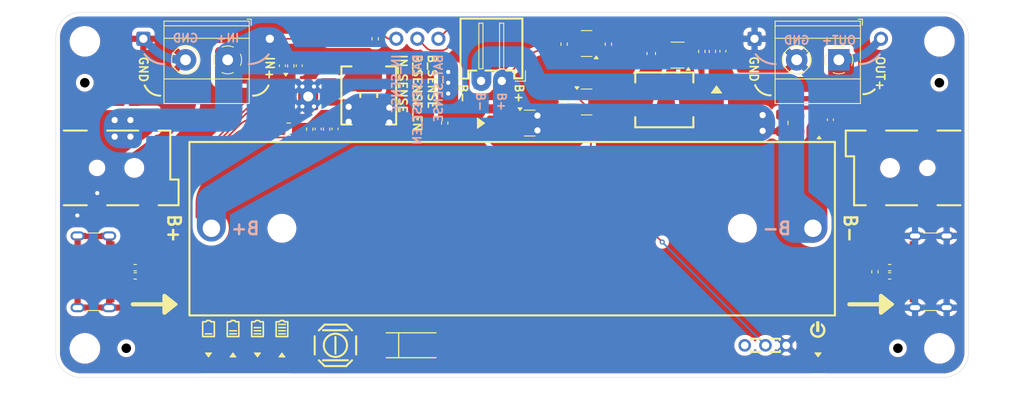
<source format=kicad_pcb>
(kicad_pcb (version 20240108) (generator "pcbnew") (generator_version "8.0")
  (layers (0 "F.Cu" signal) (31 "B.Cu" signal) (34 "B.Paste" user) (35 "F.Paste" user) (36 "B.SilkS" user "B.Silkscreen") (37 "F.SilkS" user "F.Silkscreen") (38 "B.Mask" user) (39 "F.Mask" user) (44 "Edge.Cuts" user))
  (net 0 "")
  (net 1 "B-")
  (net 2 "B+")
  (net 3 "BATVDD")
  (net 4 "GND")
  (net 5 "BOOST")
  (net 6 "VOUT")
  (net 7 "VIN")
  (net 8 "LOAD_SWITCH")
  (net 9 "SW")
  (net 10 "Net-(J1-CC1)")
  (net 11 "Net-(J1-CC2)")
  (net 12 "Net-(J2-CC1)")
  (net 13 "Net-(J2-CC2)")
  (net 14 "LED1")
  (net 15 "LED3")
  (net 16 "LED2")
  (net 17 "Net-(Q2-G)")
  (net 18 "FB")
  (net 19 "KEY")
  (net 20 "Net-(LED5-A)")
  (net 21 "Net-(LED6-A)")
  (net 22 "Net-(C6-Pad1)")
  (net 23 "Net-(C7-Pad1)")
  (net 24 "Net-(R1-Pad2)")
  (net 28 "BAT_SENSE")
  (net 29 "BAT_SENSE_ENABLE")
  (net 30 "Net-(Q3-D)")
  (net 31 "GND_PINS")
  (net 33 "POWER_IN_SENSE")
  (net 34 "BOOST_SW")
  (footprint "custom:PinHeader_1x01_P2.54mm_simple_square" (layer "F.Cu") (at 172.72 76.2)
    (property "Reference" "J12" (hide yes))
    (property "Value" "Conn_01x01")
  )
  (footprint "Resistor_SMD:R_0402_1005Metric" (layer "F.Cu") (at 189.008 104.782)
    (property "Reference" "R13" (hide yes))
    (property "Value" "22K")
  )
  (footprint "custom:LED_0805_2012Metric_Pad1.15x1.40mm_HandSolder_simple" (layer "F.Cu") (at 112.81 114.309 90)
    (property "Reference" "LED3" (hide yes))
    (property "Value" "~")
  )
  (footprint "Capacitor_SMD:C_0402_1005Metric" (layer "F.Cu") (at 122.1615 87.0675 -90)
    (property "Reference" "C2" (hide yes))
    (property "Value" "10uF")
  )
  (footprint "custom:jlcpcb-pcba-tooling-hole" (layer "F.Cu") (at 190 113.5)
    (property "Reference" "REF**" (hide yes))
    (property "Value" "jlcpcb-pcba-tooling-hole")
  )
  (footprint "custom:PinHeader_1x01_P2.54mm_simple" (layer "F.Cu") (at 187.96 76.2 -90)
    (property "Reference" "J8" (hide yes))
    (property "Value" "Conn_01x01")
  )
  (footprint "Resistor_SMD:R_0402_1005Metric" (layer "F.Cu") (at 127 76.2 90)
    (property "Reference" "R17" (hide yes))
    (property "Value" "10K")
  )
  (footprint "Resistor_SMD:R_0402_1005Metric" (layer "F.Cu") (at 116.8275 79.4775 90)
    (property "Reference" "R3" (hide yes))
    (property "Value" "2R")
  )
  (footprint "Package_TO_SOT_SMD:SOT-23-6" (layer "F.Cu") (at 163.4435 78.166 180)
    (property "Reference" "U3" (hide yes))
    (property "Value" "MT3608")
  )
  (footprint "Capacitor_SMD:C_0402_1005Metric" (layer "F.Cu") (at 120.1295 87.0675 -90)
    (property "Reference" "C7" (hide yes))
    (property "Value" "10uF")
  )
  (footprint "Resistor_SMD:R_0402_1005Metric" (layer "F.Cu") (at 166.37 77.726 -90)
    (property "Reference" "R9" (hide yes))
    (property "Value" "10K")
  )
  (footprint "custom:SOIC-8-1EP_3.9x4.9mm_P1.27mm_EP2.41x3.3mm_ThermalVias_CustomVias_Large" (layer "F.Cu") (at 118.9245 83.1585)
    (property "Reference" "U1" (hide yes))
    (property "Value" "IP5306")
  )
  (footprint "custom:Inductor_Multi_7.0x6.6_plus" (layer "F.Cu") (at 126.2255 83.0315 -90)
    (property "Reference" "L1" (hide yes))
    (property "Value" "1uH")
  )
  (footprint "Resistor_SMD:R_0805_2012Metric_Pad1.20x1.40mm_HandSolder" (layer "F.Cu") (at 176.022 86.344 90)
    (property "Reference" "R5" (hide yes))
    (property "Value" "100R")
  )
  (footprint "Package_TO_SOT_SMD:SOT-23" (layer "F.Cu") (at 152.4785 83.82)
    (property "Reference" "Q2" (hide yes))
    (property "Value" "AO3401A")
  )
  (footprint "Resistor_SMD:R_0402_1005Metric" (layer "F.Cu") (at 189.008 103.782)
    (property "Reference" "R14" (hide yes))
    (property "Value" "22K")
  )
  (footprint "custom:LED_0805_2012Metric_Pad1.15x1.40mm_HandSolder_simple" (layer "F.Cu") (at 106.91 114.309 90)
    (property "Reference" "LED1" (hide yes))
    (property "Value" "~")
  )
  (footprint "lcsc:BAT-TH_18650-A5BJ001" (layer "F.Cu") (at 143.51 99.04)
    (property "Reference" "BT1" (hide yes))
    (property "Value" "Battery_Cell")
  )
  (footprint "Package_TO_SOT_SMD:SOT-23" (layer "F.Cu") (at 145.6205 86.36)
    (property "Reference" "Q1" (hide yes))
    (property "Value" "AO3401A")
  )
  (footprint "Capacitor_SMD:C_0402_1005Metric" (layer "F.Cu") (at 168.91 77.696 90)
    (property "Reference" "C11" (hide yes))
    (property "Value" "10uF")
  )
  (footprint "custom:D_SMA_simple" (layer "F.Cu") (at 139.732 86.36 180)
    (property "Reference" "D1" (hide yes))
    (property "Value" "SS34")
  )
  (footprint "custom:LED_0805_2012Metric_Pad1.15x1.40mm_HandSolder_simple" (layer "F.Cu") (at 109.86 114.309 -90)
    (property "Reference" "LED2" (hide yes))
    (property "Value" "~")
  )
  (footprint "MountingHole:MountingHole_3.2mm_M3" (layer "F.Cu") (at 195.01 76.514)
    (property "Reference" "REF**" (hide yes))
    (property "Value" "MountingHole_3.2mm_M3")
  )
  (footprint "Resistor_SMD:R_0402_1005Metric" (layer "F.Cu") (at 135.382 86.36 -90)
    (property "Reference" "R6" (hide yes))
    (property "Value" "10K")
  )
  (footprint "custom:USB_C_Receptacle_GCT_USB4125-xx-x_6P_TopMnt_Horizontal_handsolder" (layer "F.Cu") (at 195.068 104.282 90)
    (property "Reference" "J2" (hide yes))
    (property "Value" "USB_C_Receptacle_PowerOnly_6P")
  )
  (footprint "custom:USB_C_Receptacle_GCT_USB4125-xx-x_6P_TopMnt_Horizontal_handsolder" (layer "F.Cu") (at 91.9312 104.282 -90)
    (property "Reference" "J1" (hide yes))
    (property "Value" "USB_C_Receptacle_PowerOnly_6P")
  )
  (footprint "custom:PinHeader_1x03_P2.54mm_Vertical_simple" (layer "F.Cu") (at 134.62 76.2 -90)
    (property "Reference" "J9" (hide yes))
    (property "Value" "Conn_01x03")
  )
  (footprint "custom:jlcpcb-pcba-tooling-hole" (layer "F.Cu") (at 195 81.5)
    (property "Reference" "REF**" (hide yes))
    (property "Value" "jlcpcb-pcba-tooling-hole")
  )
  (footprint "Resistor_SMD:R_0402_1005Metric" (layer "F.Cu") (at 187.232 104.284 -90)
    (property "Reference" "R10" (hide yes))
    (property "Value" "10K")
  )
  (footprint "Resistor_SMD:R_0805_2012Metric_Pad1.20x1.40mm_HandSolder" (layer "F.Cu") (at 116.5735 87.0955 180)
    (property "Reference" "R2" (hide yes))
    (property "Value" "20R")
  )
  (footprint "custom:JST_XH_S2B-XH-2AW_1x02_P2.50mm_pad2gnd" (layer "F.Cu") (at 141.01 81.28 180)
    (property "Reference" "J10" (hide yes))
    (property "Value" "Conn_01x02")
  )
  (footprint "custom:PinHeader_1x01_P2.54mm_simple_square" (layer "F.Cu") (at 99.06 76.2)
    (property "Reference" "J11" (hide yes))
    (property "Value" "Conn_01x01")
  )
  (footprint "lcsc:IND-SMD_L7.0-W6.6" (layer "F.Cu") (at 161.846 83.566)
    (property "Reference" "L2" (hide yes))
    (property "Value" "22uH")
  )
  (footprint "MountingHole:MountingHole_3.2mm_M3" (layer "F.Cu") (at 92.01 113.514)
    (property "Reference" "REF**" (hide yes))
    (property "Value" "MountingHole_3.2mm_M3")
  )
  (footprint "Resistor_SMD:R_0402_1005Metric" (layer "F.Cu") (at 119.1135 87.0975 -90)
    (property "Reference" "R1" (hide yes))
    (property "Value" "10K")
  )
  (footprint "custom:DC-IN_DC-050-2.0-BB" (layer "F.Cu") (at 190.448 91.764 180)
    (property "Reference" "J6" (hide yes))
    (property "Value" "Barrel_Jack_Switch")
  )
  (footprint "custom:DC-IN_DC-050-2.0-BB" (layer "F.Cu") (at 96.572 91.764)
    (property "Reference" "J3" (hide yes))
    (property "Value" "Barrel_Jack_Switch")
  )
  (footprint "custom:LED_0805_2012Metric_Pad1.15x1.40mm_HandSolder_simple" (layer "F.Cu") (at 115.76 114.309 -90)
    (property "Reference" "LED4" (hide yes))
    (property "Value" "~")
  )
  (footprint "Capacitor_SMD:C_0603_1608Metric" (layer "F.Cu") (at 160.274 77.978 90)
    (property "Reference" "C10" (hide yes))
    (property "Value" "10uF")
  )
  (footprint "Package_TO_SOT_SMD:SOT-23" (layer "F.Cu") (at 152.4785 76.774 180)
    (property "Reference" "Q3" (hide yes))
    (property "Value" "AO3400A")
  )
  (footprint "custom:SW-TH_DEALON_SS-12D01-GX_simple" (layer "F.Cu") (at 174.041 113.149)
    (property "Reference" "SW2" (hide yes))
    (property "Value" "SW_SPDT")
  )
  (footprint "Capacitor_SMD:C_0402_1005Metric" (layer "F.Cu") (at 115.8115 79.4475 90)
    (property "Reference" "C1" (hide yes))
    (property "Value" "10uF")
  )
  (footprint "custom:PinHeader_1x01_P2.54mm_simple" (layer "F.Cu") (at 114.3 76.2 -90)
    (property "Reference" "J5" (hide yes))
    (property "Value" "Conn_01x01")
  )
  (footprint "MountingHole:MountingHole_3.2mm_M3" (layer "F.Cu") (at 195.01 113.514)
    (property "Reference" "REF**" (hide yes))
    (property "Value" "MountingHole_3.2mm_M3")
  )
  (footprint "custom:TerminalBlock_Phoenix_MKDS-1,5-2-5.08_1x02_P5.08mm_Horizontal" (layer "F.Cu") (at 109.22 78.74 180)
    (property "Reference" "J4" (hide yes))
    (property "Value" "Screw_Terminal_01x02")
  )
  (footprint "Resistor_SMD:R_0402_1005Metric" (layer "F.Cu") (at 121.1455 87.0955 -90)
    (property "Reference" "R4" (hide yes))
    (property "Value" "2R")
  )
  (footprint "custom:SOT-23-5_simple" (layer "F.Cu") (at 179.2025 86.426 180)
    (property "Reference" "U2" (hide yes))
    (property "Value" "XB5350D0")
  )
  (footprint "custom:Push-Button-SMD-4x4x1.5mm_2P_Large_Pads" (layer "F.Cu") (at 122.208 113.149)
    (property "Reference" "SW1" (hide yes))
    (property "Value" "SW_Push")
  )
  (footprint "custom:D_SMA_simple" (layer "F.Cu") (at 168.12 82.328 -90)
    (property "Reference" "D2" (hide yes))
    (property "Value" "SS34")
  )
  (footprint "Resistor_SMD:R_0402_1005Metric" (layer "F.Cu") (at 149.86 83.822 90)
    (property "Reference" "R7" (hide yes))
    (property "Value" "10K")
  )
  (footprint "Resistor_SMD:R_0402_1005Metric" (layer "F.Cu") (at 98.08 103.782)
    (property "Reference" "R12" (hide yes))
    (property "Value" "5K1")
  )
  (footprint "custom:jlcpcb-pcba-tooling-hole" (layer "F.Cu") (at 97 113.5)
    (property "Reference" "REF**" (hide yes))
    (property "Value" "jlcpcb-pcba-tooling-hole")
  )
  (footprint "Resistor_SMD:R_0402_1005Metric" (layer "F.Cu") (at 98.08 104.782)
    (property "Reference" "R11" (hide yes))
    (property "Value" "5K1")
  )
  (footprint "Capacitor_SMD:C_0402_1005Metric" (layer "F.Cu") (at 181.864 85.956 90)
    (property "Reference" "C9" (hide yes))
    (property "Value" "0.1uF")
  )
  (footprint "MountingHole:MountingHole_3.2mm_M3" (layer "F.Cu") (at 92.01 76.514)
    (property "Reference" "REF**" (hide yes))
    (property "Value" "MountingHole_3.2mm_M3")
  )
  (footprint "Resistor_SMD:R_0402_1005Metric" (layer "F.Cu") (at 149.7725 76.851 90)
    (property "Reference" "R15" (hide yes))
    (property "Value" "10K")
  )
  (footprint "lcsc:LED-SMD_3P-L5.7-W3.0-RD" (layer "F.Cu") (at 131.2895 113.1395)
    (property "Reference" "LED5" (hide yes))
    (property "Value" "~")
  )
  (footprint "Resistor_SMD:R_0402_1005Metric" (layer "F.Cu") (at 155.1065 76.851 -90)
    (property "Reference" "R16" (hide yes))
    (property "Value" "10K")
  )
  (footprint "Capacitor_SMD:C_0402_1005Metric" (layer "F.Cu") (at 117.8435 79.4475 90)
    (property "Reference" "C6" (hide yes))
    (property "Value" "10uF")
  )
  (footprint "Resistor_SMD:R_0402_1005Metric" (layer "F.Cu") (at 167.64 77.726 90)
    (property "Reference" "R8" (hide yes))
    (property "Value" "75K")
  )
  (footprint "custom:TerminalBlock_Phoenix_MKDS-1,5-2-5.08_1x02_P5.08mm_Horizontal" (layer "F.Cu") (at 182.88 78.74 180)
    (property "Reference" "J7" (hide yes))
    (property "Value" "Screw_Terminal_01x02")
  )
  (footprint "custom:LED_0805_2012Metric_Pad1.15x1.40mm_HandSolder_simple" (layer "F.Cu") (at 180.374 114.3 90)
    (property "Reference" "LED6" (hide yes))
    (property "Value" "Boost")
  )
  (footprint "graphics:icon-power-2mm" (layer "F.Cu") (at 180.34 111.252)
    (property "Reference" "G***" (hide yes))
    (property "Value" "LOGO" (hide yes))
  )
  (footprint "custom:jlcpcb-pcba-tooling-hole" (layer "F.Cu") (at 92 81.5)
    (property "Reference" "REF**" (hide yes))
    (property "Value" "jlcpcb-pcba-tooling-hole")
  )
  (gr_arc (start 101.6 79.248002) (mid 100.260857 78.938067) (end 99.194054 78.071293) (stroke (width 0.25)) (layer "B.SilkS"))
  (gr_arc (start 114.165946 78.071291) (mid 113.099143 78.938065) (end 111.76 79.248) (stroke (width 0.25)) (layer "B.SilkS"))
  (gr_arc (start 175.26 79.248002) (mid 173.920857 78.938067) (end 172.854054 78.071293) (stroke (width 0.25)) (layer "B.SilkS"))
  (gr_arc (start 187.825946 78.071291) (mid 186.759143 78.938065) (end 185.42 79.248) (stroke (width 0.25)) (layer "B.SilkS"))
  (gr_rect (start 112.3696 111.3282) (end 113.2586 111.4552) (stroke (width 0.05)) (fill solid) (layer "F.SilkS"))
  (gr_arc (start 101.092 83.058) (mid 99.973402 82.722397) (end 99.224297 81.826444) (stroke (width 0.25)) (layer "F.SilkS"))
  (gr_arc (start 114.135703 81.826444) (mid 113.386598 82.722397) (end 112.268 83.058) (stroke (width 0.25)) (layer "F.SilkS"))
  (gr_rect (start 115.316 110.9472) (end 116.205 111.0742) (stroke (width 0.05)) (fill solid) (layer "F.SilkS"))
  (gr_poly (pts (xy 187.96 107.188) (xy 189.23 108.204) (xy 187.96 109.22)) (stroke (width 0.5)) (fill solid) (layer "F.SilkS"))
  (gr_line (start 184.15 108.204) (end 189.23 108.204) (stroke (width 0.5)) (layer "F.SilkS"))
  (gr_poly (pts (xy 101.6 107.188) (xy 102.87 108.204) (xy 101.6 109.22)) (stroke (width 0.5)) (fill solid) (layer "F.SilkS"))
  (gr_rect (start 115.316 110.5662) (end 116.205 110.6932) (stroke (width 0.05)) (fill solid) (layer "F.SilkS"))
  (gr_rect (start 109.4232 111.7092) (end 110.3122 111.8362) (stroke (width 0.05)) (fill solid) (layer "F.SilkS"))
  (gr_poly (pts (xy 106.2101 112.0902) (xy 107.6071 112.0902) (xy 107.6071 110.3122) (xy 107.2261 110.3122) (xy 107.0991 110.1598) (xy 106.7181 110.1598) (xy 106.5911 110.3122) (xy 106.2101 110.3122)) (stroke (width 0.2)) (fill none) (layer "F.SilkS"))
  (gr_line (start 97.79 108.204) (end 102.87 108.204) (stroke (width 0.5)) (layer "F.SilkS"))
  (gr_rect (start 109.4232 111.3282) (end 110.3122 111.4552) (stroke (width 0.05)) (fill solid) (layer "F.SilkS"))
  (gr_rect (start 112.3696 111.7092) (end 113.2586 111.8362) (stroke (width 0.05)) (fill solid) (layer "F.SilkS"))
  (gr_rect (start 115.316 111.3282) (end 116.205 111.4552) (stroke (width 0.05)) (fill solid) (layer "F.SilkS"))
  (gr_rect (start 112.3696 110.9472) (end 113.2586 111.0742) (stroke (width 0.05)) (fill solid) (layer "F.SilkS"))
  (gr_poly (pts (xy 112.1156 112.0902) (xy 113.5126 112.0902) (xy 113.5126 110.3122) (xy 113.1316 110.3122) (xy 113.0046 110.1598) (xy 112.6236 110.1598) (xy 112.4966 110.3122) (xy 112.1156 110.3122)) (stroke (width 0.2)) (fill none) (layer "F.SilkS"))
  (gr_arc (start 174.662297 83.019556) (mid 173.543699 82.683953) (end 172.794594 81.788) (stroke (width 0.25)) (layer "F.SilkS"))
  (gr_poly (pts (xy 115.062 112.0902) (xy 116.459 112.0902) (xy 116.459 110.3122) (xy 116.078 110.3122) (xy 115.951 110.1598) (xy 115.57 110.1598) (xy 115.443 110.3122) (xy 115.062 110.3122)) (stroke (width 0.2)) (fill none) (layer "F.SilkS"))
  (gr_rect (start 115.316 111.7092) (end 116.205 111.8362) (stroke (width 0.05)) (fill solid) (layer "F.SilkS"))
  (gr_poly (pts (xy 109.1692 112.0902) (xy 110.5662 112.0902) (xy 110.5662 110.3122) (xy 110.1852 110.3122) (xy 110.0582 110.1598) (xy 109.6772 110.1598) (xy 109.5502 110.3122) (xy 109.1692 110.3122)) (stroke (width 0.2)) (fill none) (layer "F.SilkS"))
  (gr_rect (start 106.4641 111.7092) (end 107.3531 111.8362) (stroke (width 0.05)) (fill solid) (layer "F.SilkS"))
  (gr_arc (start 187.197999 82.295999) (mid 186.577136 82.723911) (end 185.838297 82.874568) (stroke (width 0.25)) (layer "F.SilkS"))
  (gr_poly (pts (arc (start 198.51 76.014) (mid 197.63132 73.89268) (end 195.51 73.014)) (arc (start 91.51 73.014) (mid 89.38868 73.89268) (end 88.51 76.014)) (arc (start 88.51 114.014) (mid 89.38868 116.13532) (end 91.51 117.014)) (arc (start 195.51 117.014) (mid 197.63132 116.13532) (end 198.51 114.014))) (stroke (width 0.05)) (fill none) (layer "Edge.Cuts"))
  (gr_text "BAT_SENSE_EN" (at 132.08 77.978 90) (layer "B.SilkS") (effects (font (size 1 1) (thickness 0.2) (bold yes)) (justify left mirror)))
  (gr_text "B+" (at 142.24 82.55 270) (layer "B.SilkS") (effects (font (size 1 1) (thickness 0.2) (bold yes)) (justify left)))
  (gr_text "B-" (at 177.292 99.06 0) (layer "B.SilkS") (effects (font (size 1.5 1.5) (thickness 0.3) (bold yes)) (justify left mirror)))
  (gr_text "B-" (at 139.7 82.55 270) (layer "B.SilkS") (effects (font (size 1 1) (thickness 0.2) (bold yes)) (justify left)))
  (gr_text "OUT+" (at 182.88 76.962 0) (layer "B.SilkS") (effects (font (size 1 1) (thickness 0.2) (bold yes)) (justify bottom mirror)))
  (gr_text "GND" (at 177.8 76.962 0) (layer "B.SilkS") (effects (font (size 1 1) (thickness 0.2) (bold yes)) (justify bottom mirror)))
  (gr_text "BAT_SENSE" (at 134.62 77.978 90) (layer "B.SilkS") (effects (font (size 1 1) (thickness 0.2) (bold yes)) (justify left mirror)))
  (gr_text "GND" (at 104.14 76.708 0) (layer "B.SilkS") (effects (font (size 1 1) (thickness 0.2) (bold yes)) (justify bottom mirror)))
  (gr_text "B+" (at 109.474 99.06 0) (layer "B.SilkS") (effects (font (size 1.5 1.5) (thickness 0.3) (bold yes)) (justify right mirror)))
  (gr_text "IN+" (at 109.22 76.708 0) (layer "B.SilkS") (effects (font (size 1 1) (thickness 0.2) (bold yes)) (justify bottom mirror)))
  (gr_text "IN_SENSE" (at 129.54 77.978 90) (layer "B.SilkS") (effects (font (size 1 1) (thickness 0.2) (bold yes)) (justify left mirror)))
  (gr_text "GND" (at 172.630297 78.193556 270) (layer "F.SilkS") (effects (font (size 1 1) (thickness 0.2) (bold yes)) (justify left)))
  (gr_text "B+" (at 143.764 81.534 -90) (layer "F.SilkS") (effects (font (size 1 1) (thickness 0.2) (bold yes)) (justify left bottom)))
  (gr_text "IN+" (at 114.3 78.232 270) (layer "F.SilkS") (effects (font (size 1 1) (thickness 0.2) (bold yes)) (justify left)))
  (gr_text "B_SENSE_EN" (at 132.08 77.978 270) (layer "F.SilkS") (effects (font (size 1 1) (thickness 0.2) (bold yes)) (justify left)))
  (gr_text "OUT+" (at 187.870297 78.193556 270) (layer "F.SilkS") (effects (font (size 1 1) (thickness 0.2) (bold yes)) (justify left)))
  (gr_text "B_SENSE" (at 133.858 77.978 270) (layer "F.SilkS") (effects (font (size 1 1) (thickness 0.2) (bold yes)) (justify left)))
  (gr_text "IN_SENSE" (at 130.302 77.978 270) (layer "F.SilkS") (effects (font (size 1 1) (thickness 0.2) (bold yes)) (justify left)))
  (gr_text "B+" (at 103.632 99.06 270) (layer "F.SilkS") (effects (font (size 1.5 1.5) (thickness 0.3) (bold yes)) (justify top)))
  (gr_text "B-" (at 138.176 81.534 270) (layer "F.SilkS") (effects (font (size 1 1) (thickness 0.2) (bold yes)) (justify left top)))
  (gr_text "B-" (at 183.388 99.06 270) (layer "F.SilkS") (effects (font (size 1.5 1.5) (thickness 0.3) (bold yes)) (justify bottom)))
  (gr_text "GND" (at 99.06 78.232 270) (layer "F.SilkS") (effects (font (size 1 1) (thickness 0.2) (bold yes)) (justify left)))
  (segment (start 179.948816 88.5) (end 180.731184 88.5) (width 0.5) (layer "F.Cu") (net 1))
  (segment (start 179.774816 86.426) (end 179.2275 86.973316) (width 0.5) (layer "F.Cu") (net 1))
  (segment (start 181.864 87.367184) (end 181.864 86.436) (width 0.5) (layer "F.Cu") (net 1))
  (segment (start 179.2275 87.778684) (end 179.948816 88.5) (width 0.5) (layer "F.Cu") (net 1))
  (segment (start 179.2275 86.973316) (end 179.2275 87.778684) (width 0.5) (layer "F.Cu") (net 1))
  (segment (start 180.731184 88.5) (end 181.864 87.367184) (width 0.5) (layer "F.Cu") (net 1))
  (segment (start 180.34 86.426) (end 179.774816 86.426) (width 0.5) (layer "F.Cu") (net 1))
  (segment (start 173.7 87.3) (end 173.744 87.344) (width 0.75) (layer "F.Cu") (net 2))
  (segment (start 144.714534 78.825466) (end 142.26 81.28) (width 0.2) (layer "F.Cu") (net 2))
  (segment (start 149.7725 77.361) (end 148.250068 77.361) (width 0.2) (layer "F.Cu") (net 2))
  (segment (start 173.744 87.344) (end 176.022 87.344) (width 0.75) (layer "F.Cu") (net 2))
  (segment (start 146.558 85.458) (end 146.558 86.36) (width 0.75) (layer "F.Cu") (net 2))
  (segment (start 146.558 87.242) (end 146.558 86.36) (width 0.75) (layer "F.Cu") (net 2))
  (segment (start 173.7 85.4) (end 173.7 87.3) (width 0.75) (layer "F.Cu") (net 2))
  (via (at 128.7 86.3) (size 1.5) (drill 0.75) (layers "F.Cu" "B.Cu") (net 2))
  (via (at 173.7 85.4) (size 1.5) (drill 0.75) (layers "F.Cu" "B.Cu") (net 2))
  (via (at 123.8 86.2) (size 1.5) (drill 0.75) (layers "F.Cu" "B.Cu") (net 2))
  (via (at 146.558 85.458) (size 1.5) (drill 0.75) (layers "F.Cu" "B.Cu") (net 2))
  (via (at 123.8 84.4) (size 1.5) (drill 0.75) (layers "F.Cu" "B.Cu") (net 2))
  (via (at 146.558 87.242) (size 1.5) (drill 0.75) (layers "F.Cu" "B.Cu") (net 2))
  (via (at 128.7 84.5) (size 1.5) (drill 0.75) (layers "F.Cu" "B.Cu") (net 2))
  (via (at 173.7 87.3) (size 1.5) (drill 0.75) (layers "F.Cu" "B.Cu") (net 2))
  (arc (start 148.250068 77.361) (mid 146.336651 77.741602) (end 144.714534 78.825466) (width 0.2) (layer "F.Cu") (net 2))
  (segment (start 180.34 85.476) (end 181.864 85.476) (width 0.5) (layer "F.Cu") (net 3))
  (segment (start 176.866 84.5) (end 179.364 84.5) (width 0.5) (layer "F.Cu") (net 3))
  (segment (start 179.364 84.5) (end 180.34 85.476) (width 0.5) (layer "F.Cu") (net 3))
  (segment (start 176.022 85.344) (end 176.866 84.5) (width 0.5) (layer "F.Cu") (net 3))
  (segment (start 163.4185 75.9185) (end 163.4 75.9) (width 0.5) (layer "F.Cu") (net 4))
  (segment (start 163.4185 77.458892) (end 163.4185 75.9185) (width 0.5) (layer "F.Cu") (net 4))
  (segment (start 163.772054 78.019553) (end 163.564946 77.812445) (width 0.5) (layer "F.Cu") (net 4))
  (segment (start 164.581 78.166) (end 164.125608 78.166) (width 0.5) (layer "F.Cu") (net 4))
  (via (at 93.5 94.8) (size 1) (drill 0.5) (layers "F.Cu" "B.Cu") (net 4))
  (via (at 91.1 97.5) (size 1) (drill 0.5) (layers "F.Cu" "B.Cu") (net 4))
  (arc (start 163.564946 77.812445) (mid 163.45656 77.650233) (end 163.4185 77.458892) (width 0.5) (layer "F.Cu") (net 4))
  (arc (start 164.125608 78.166) (mid 163.934266 78.12794) (end 163.772054 78.019553) (width 0.5) (layer "F.Cu") (net 4))
  (segment (start 188.498 103.782) (end 188.498 104.782) (width 0.75) (layer "F.Cu") (net 6))
  (segment (start 188.498 104.782) (end 188.498 105.101999) (width 0.75) (layer "F.Cu") (net 6))
  (segment (start 187.232 103.774) (end 188.186001 103.774) (width 0.75) (layer "F.Cu") (net 6))
  (segment (start 188.498 105.101999) (end 189.198001 105.802) (width 0.75) (layer "F.Cu") (net 6))
  (segment (start 189.198001 105.802) (end 191.788 105.802) (width 0.75) (layer "F.Cu") (net 6))
  (segment (start 188.498 103.462001) (end 188.498 103.782) (width 0.75) (layer "F.Cu") (net 6))
  (segment (start 188.498 103.002) (end 188.498 103.462001) (width 0.75) (layer "F.Cu") (net 6))
  (segment (start 188.738 102.762) (end 188.498 103.002) (width 0.75) (layer "F.Cu") (net 6))
  (segment (start 182.88 78.74) (end 183.348932 78.74) (width 1) (layer "F.Cu") (net 6))
  (segment (start 191.788 102.762) (end 188.738 102.762) (width 0.75) (layer "F.Cu") (net 6))
  (segment (start 188.186001 103.774) (end 188.498 103.462001) (width 0.75) (layer "F.Cu") (net 6))
  (segment (start 186.884466 77.275534) (end 187.96 76.2) (width 1) (layer "B.Cu") (net 6))
  (segment (start 182.88 78.74) (end 183.348932 78.74) (width 1) (layer "B.Cu") (net 6))
  (arc (start 186.884466 77.275534) (mid 185.262349 78.359398) (end 183.348932 78.74) (width 1) (layer "B.Cu") (net 6))
  (segment (start 96.0112 102.762) (end 95.2112 102.762) (width 0.75) (layer "F.Cu") (net 7))
  (segment (start 94.36569 105.802) (end 95.2112 105.802) (width 0.75) (layer "F.Cu") (net 7))
  (segment (start 127 76.71) (end 121.417107 76.71) (width 0.2) (layer "F.Cu") (net 7))
  (segment (start 95.2112 102.762) (end 94.36569 102.762) (width 0.75) (layer "F.Cu") (net 7))
  (segment (start 93.8 105.23631) (end 94.36569 105.802) (width 0.75) (layer "F.Cu") (net 7))
  (segment (start 109.22 78.74) (end 109.688932 78.74) (width 1) (layer "F.Cu") (net 7))
  (segment (start 95.7 88.242) (end 95.7 93.6) (width 0.75) (layer "F.Cu") (net 7))
  (segment (start 93.8 103.32769) (end 93.8 105.23631) (width 0.75) (layer "F.Cu") (net 7))
  (segment (start 96.875 94.775) (end 96.875 101.8982) (width 0.75) (layer "F.Cu") (net 7))
  (segment (start 94.36569 102.762) (end 93.8 103.32769) (width 0.75) (layer "F.Cu") (net 7))
  (segment (start 121.063553 76.563553) (end 120.846446 76.346446) (width 0.2) (layer "F.Cu") (net 7))
  (segment (start 120.492893 76.2) (end 114.3 76.2) (width 0.2) (layer "F.Cu") (net 7))
  (segment (start 96.875 101.8982) (end 96.0112 102.762) (width 0.75) (layer "F.Cu") (net 7))
  (segment (start 95.7 93.6) (end 96.875 94.775) (width 0.75) (layer "F.Cu") (net 7))
  (segment (start 93.472 86.014) (end 95.7 88.242) (width 0.75) (layer "F.Cu") (net 7))
  (via (at 135.8 81.5) (size 1) (drill 0.5) (layers "F.Cu" "B.Cu") (net 7))
  (via (at 95.6 86) (size 1.5) (drill 0.75) (layers "F.Cu" "B.Cu") (net 7))
  (via (at 135.8 82.8) (size 1) (drill 0.5) (layers "F.Cu" "B.Cu") (net 7))
  (via (at 95.6 88) (size 1.5) (drill 0.75) (layers "F.Cu" "B.Cu") (net 7))
  (via (at 97.5 88) (size 1.5) (drill 0.75) (layers "F.Cu" "B.Cu") (net 7))
  (via (at 135.8 80.2) (size 1) (drill 0.5) (layers "F.Cu" "B.Cu") (net 7))
  (via (at 97.5 86) (size 1.5) (drill 0.75) (layers "F.Cu" "B.Cu") (net 7))
  (arc (start 121.063553 76.563553) (mid 121.225765 76.67194) (end 121.417107 76.71) (width 0.2) (layer "F.Cu") (net 7))
  (arc (start 120.492893 76.2) (mid 120.684234 76.23806) (end 120.846446 76.346446) (width 0.2) (layer "F.Cu") (net 7))
  (segment (start 95.2112 103.782) (end 97.57 103.782) (width 0.5) (layer "F.Cu") (net 10))
  (segment (start 97.57 104.782) (end 95.2112 104.782) (width 0.5) (layer "F.Cu") (net 11))
  (segment (start 189.518 104.782) (end 191.788 104.782) (width 0.5) (layer "F.Cu") (net 12))
  (segment (start 191.788 103.782) (end 189.518 103.782) (width 0.5) (layer "F.Cu") (net 13))
  (segment (start 109.86 113.284) (end 109.86 110.068327) (width 0.2) (layer "F.Cu") (net 14))
  (segment (start 108.98132 107.947006) (end 104.314466 103.280152) (width 0.2) (layer "F.Cu") (net 14))
  (segment (start 104.314466 91.788476) (end 111.224263 84.878679) (width 0.2) (layer "F.Cu") (net 14))
  (segment (start 115.506128 83.12132) (end 115.957502 82.669946) (width 0.2) (layer "F.Cu") (net 14))
  (segment (start 113.345583 84) (end 113.384807 84) (width 0.2) (layer "F.Cu") (net 14))
  (segment (start 116.311055 82.5235) (end 116.4495 82.5235) (width 0.2) (layer "F.Cu") (net 14))
  (segment (start 102.85 99.744618) (end 102.85 95.32401) (width 0.2) (layer "F.Cu") (net 14))
  (arc (start 109.86 110.068327) (mid 109.631638 108.920276) (end 108.98132 107.947006) (width 0.2) (layer "F.Cu") (net 14))
  (arc (start 102.85 99.744618) (mid 103.230602 101.658035) (end 104.314466 103.280152) (width 0.2) (layer "F.Cu") (net 14))
  (arc (start 102.85 95.32401) (mid 103.230602 93.410593) (end 104.314466 91.788476) (width 0.2) (layer "F.Cu") (net 14))
  (arc (start 115.506128 83.12132) (mid 114.532858 83.771639) (end 113.384807 84) (width 0.2) (layer "F.Cu") (net 14))
  (arc (start 116.311055 82.5235) (mid 116.119714 82.56156) (end 115.957502 82.669946) (width 0.2) (layer "F.Cu") (net 14))
  (arc (start 113.345583 84) (mid 112.197533 84.228361) (end 111.224263 84.878679) (width 0.2) (layer "F.Cu") (net 14))
  (segment (start 103.650118 95.644531) (end 103.651538 95.513632) (width 0.2) (layer "F.Cu") (net 15))
  (segment (start 116.156608 85.356392) (end 116.4495 85.0635) (width 0.2) (layer "F.Cu") (net 15))
  (segment (start 105.015284 92.221217) (end 105.10684 92.127642) (width 0.2) (layer "F.Cu") (net 15))
  (segment (start 103.659032 95.361017) (end 103.682793 95.089431) (width 0.2) (layer "F.Cu") (net 15))
  (segment (start 112.120562 85.942179) (end 114.742394 85.942179) (width 0.2) (layer "F.Cu") (net 15))
  (segment (start 103.705568 94.916444) (end 103.751022 94.658664) (width 0.2) (layer "F.Cu") (net 15))
  (segment (start 103.998548 101.244702) (end 103.90902 100.998733) (width 0.2) (layer "F.Cu") (net 15))
  (segment (start 103.856551 100.832326) (end 103.788803 100.57949) (width 0.2) (layer "F.Cu") (net 15))
  (segment (start 105.106763 102.940095) (end 105.015218 102.84651) (width 0.2) (layer "F.Cu") (net 15))
  (segment (start 104.737472 92.543232) (end 104.912751 92.334343) (width 0.2) (layer "F.Cu") (net 15))
  (segment (start 104.25649 93.269916) (end 104.387369 93.043227) (width 0.2) (layer "F.Cu") (net 15))
  (segment (start 104.91284 102.733543) (end 104.737489 102.524569) (width 0.2) (layer "F.Cu") (net 15))
  (segment (start 104.387387 102.024578) (end 104.256507 101.797888) (width 0.2) (layer "F.Cu") (net 15))
  (segment (start 103.682808 99.978387) (end 103.65904 99.706743) (width 0.2) (layer "F.Cu") (net 15))
  (segment (start 114.521573 110.6) (end 113.594924 110.6) (width 0.2) (layer "F.Cu") (net 15))
  (segment (start 112.18071 110.014213) (end 105.122255 102.955758) (width 0.2) (layer "F.Cu") (net 15))
  (segment (start 104.065301 93.66191) (end 104.175925 93.424677) (width 0.2) (layer "F.Cu") (net 15))
  (segment (start 104.631275 102.38615) (end 104.481136 102.171732) (width 0.2) (layer "F.Cu") (net 15))
  (segment (start 104.481118 92.896072) (end 104.631256 92.681654) (width 0.2) (layer "F.Cu") (net 15))
  (segment (start 115.76 115.334) (end 116.314214 114.779786) (width 0.2) (layer "F.Cu") (net 15))
  (segment (start 105.122177 92.112137) (end 110.706349 86.527965) (width 0.2) (layer "F.Cu") (net 15))
  (segment (start 103.65 99.401523) (end 103.65 95.666234) (width 0.2) (layer "F.Cu") (net 15))
  (segment (start 103.651547 99.55424) (end 103.650119 99.423346) (width 0.2) (layer "F.Cu") (net 15))
  (segment (start 116.314213 111.564213) (end 115.935786 111.185786) (width 0.2) (layer "F.Cu") (net 15))
  (segment (start 103.751038 100.409151) (end 103.705583 100.151369) (width 0.2) (layer "F.Cu") (net 15))
  (segment (start 103.909001 94.069084) (end 103.998529 93.82311) (width 0.2) (layer "F.Cu") (net 15))
  (segment (start 104.175944 101.643131) (end 104.065317 101.405894) (width 0.2) (layer "F.Cu") (net 15))
  (segment (start 116.9 113.365573) (end 116.9 112.978427) (width 0.2) (layer "F.Cu") (net 15))
  (segment (start 103.788787 94.48832) (end 103.856537 94.235478) (width 0.2) (layer "F.Cu") (net 15))
  (arc (start 104.91284 102.733543) (mid 104.962952 102.791003) (end 105.015218 102.84651) (width 0.2) (layer "F.Cu") (net 15))
  (arc (start 104.387387 102.024578) (mid 104.432656 102.099178) (end 104.481136 102.171732) (width 0.2) (layer "F.Cu") (net 15))
  (arc (start 112.18071 110.014213) (mid 112.829557 110.447759) (end 113.594924 110.6) (width 0.2) (layer "F.Cu") (net 15))
  (arc (start 105.122255 102.955758) (mid 105.114488 102.947948) (end 105.106763 102.940095) (width 0.2) (layer "F.Cu") (net 15))
  (arc (start 105.015284 92.221217) (mid 104.962938 92.276801) (end 104.912751 92.334343) (width 0.2) (layer "F.Cu") (net 15))
  (arc (start 103.751022 94.658664) (mid 103.768046 94.57308) (end 103.788787 94.48832) (width 0.2) (layer "F.Cu") (net 15))
  (arc (start 116.9 113.365573) (mid 116.747759 114.13094) (end 116.314214 114.779786) (width 0.2) (layer "F.Cu") (net 15))
  (arc (start 104.737489 102.524569) (mid 104.682872 102.456518) (end 104.631275 102.38615) (width 0.2) (layer "F.Cu") (net 15))
  (arc (start 104.175925 93.424677) (mid 104.214519 93.346417) (end 104.25649 93.269916) (width 0.2) (layer "F.Cu") (net 15))
  (arc (start 103.90902 100.998733) (mid 103.88097 100.916102) (end 103.856551 100.832326) (width 0.2) (layer "F.Cu") (net 15))
  (arc (start 104.065301 93.66191) (mid 104.030156 93.741782) (end 103.998529 93.82311) (width 0.2) (layer "F.Cu") (net 15))
  (arc (start 104.481118 92.896072) (mid 104.432638 92.968627) (end 104.387369 93.043227) (width 0.2) (layer "F.Cu") (net 15))
  (arc (start 103.65 99.401523) (mid 103.65003 99.412435) (end 103.650119 99.423346) (width 0.2) (layer "F.Cu") (net 15))
  (arc (start 116.9 112.978427) (mid 116.747759 112.21306) (end 116.314213 111.564213) (width 0.2) (layer "F.Cu") (net 15))
  (arc (start 104.256507 101.797888) (mid 104.214537 101.721388) (end 104.175944 101.643131) (width 0.2) (layer "F.Cu") (net 15))
  (arc (start 103.998548 101.244702) (mid 104.030174 101.326026) (end 104.065317 101.405894) (width 0.2) (layer "F.Cu") (net 15))
  (arc (start 103.659032 95.361017) (mid 103.653827 95.437253) (end 103.651538 95.513632) (width 0.2) (layer "F.Cu") (net 15))
  (arc (start 103.705568 94.916444) (mid 103.692293 95.002689) (end 103.682793 95.089431) (width 0.2) (layer "F.Cu") (net 15))
  (arc (start 103.651547 99.55424) (mid 103.653838 99.630563) (end 103.65904 99.706743) (width 0.2) (layer "F.Cu") (net 15))
  (arc (start 103.751038 100.409151) (mid 103.768062 100.494733) (end 103.788803 100.57949) (width 0.2) (layer "F.Cu") (net 15))
  (arc (start 103.682808 99.978387) (mid 103.692308 100.065126) (end 103.705583 100.151369) (width 0.2) (layer "F.Cu") (net 15))
  (arc (start 115.935786 111.185786) (mid 115.28694 110.752241) (end 114.521573 110.6) (width 0.2) (layer "F.Cu") (net 15))
  (arc (start 103.65 95.666234) (mid 103.650029 95.655382) (end 103.650118 95.644531) (width 0.2) (layer "F.Cu") (net 15))
  (arc (start 105.122177 92.112137) (mid 105.114487 92.119869) (end 105.10684 92.127642) (width 0.2) (layer "F.Cu") (net 15))
  (arc (start 104.631256 92.681654) (mid 104.682854 92.611284) (end 104.737472 92.543232) (width 0.2) (layer "F.Cu") (net 15))
  (arc (start 114.742394 85.942179) (mid 115.507761 85.789938) (end 116.156608 85.356392) (width 0.2) (layer "F.Cu") (net 15))
  (arc (start 103.909001 94.069084) (mid 103.880954 94.151709) (end 103.856537 94.235478) (width 0.2) (layer "F.Cu") (net 15))
  (arc (start 110.706349 86.527965) (mid 111.355195 86.09442) (end 112.120562 85.942179) (width 0.2) (layer "F.Cu") (net 15))
  (segment (start 116.428787 83.814213) (end 116.4495 83.7935) (width 0.2) (layer "F.Cu") (net 16))
  (segment (start 112.81 113.284) (end 112.81 112.452641) (width 0.2) (layer "F.Cu") (net 16))
  (segment (start 103.25 99.578932) (end 103.25 95.489696) (width 0.2) (layer "F.Cu") (net 16))
  (segment (start 104.714466 91.954162) (end 111.389949 85.278679) (width 0.2) (layer "F.Cu") (net 16))
  (segment (start 111.93132 110.33132) (end 104.714466 103.114466) (width 0.2) (layer "F.Cu") (net 16))
  (segment (start 113.511269 84.4) (end 115.014573 84.4) (width 0.2) (layer "F.Cu") (net 16))
  (arc (start 112.81 112.452641) (mid 112.581638 111.30459) (end 111.93132 110.33132) (width 0.2) (layer "F.Cu") (net 16))
  (arc (start 115.014573 84.4) (mid 115.77994 84.247759) (end 116.428787 83.814213) (width 0.2) (layer "F.Cu") (net 16))
  (arc (start 111.389949 85.278679) (mid 112.363219 84.628361) (end 113.511269 84.4) (width 0.2) (layer "F.Cu") (net 16))
  (arc (start 103.25 99.578932) (mid 103.630602 101.492349) (end 104.714466 103.114466) (width 0.2) (layer "F.Cu") (net 16))
  (arc (start 103.25 95.489696) (mid 103.630602 93.576279) (end 104.714466 91.954162) (width 0.2) (layer "F.Cu") (net 16))
  (segment (start 152.294526 84.17) (end 151.687446 83.56292) (width 0.2) (layer "F.Cu") (net 17))
  (segment (start 152.853553 84.729027) (end 152.5785 84.453974) (width 0.2) (layer "F.Cu") (net 17))
  (segment (start 153.780988 92.724737) (end 153.562783 92.346799) (width 0.2) (layer "F.Cu") (net 17))
  (segment (start 153.562783 92.346799) (end 153.378347 91.951281) (width 0.2) (layer "F.Cu") (net 17))
  (segment (start 161.596 100.704) (end 154.464466 93.572466) (width 0.2) (layer "F.Cu") (net 17))
  (segment (start 154.311821 93.416525) (end 154.031303 93.082219) (width 0.2) (layer "F.Cu") (net 17))
  (segment (start 153.229085 91.541193) (end 153.116132 91.119658) (width 0.2) (layer "F.Cu") (net 17))
  (segment (start 153.00231 90.255135) (end 153 90.036932) (width 0.2) (layer "F.Cu") (net 17))
  (segment (start 150.155553 83.016447) (end 149.86 83.312) (width 0.2) (layer "F.Cu") (net 17))
  (segment (start 152.5785 84.453974) (end 152.5785 84.429448) (width 0.2) (layer "F.Cu") (net 17))
  (segment (start 151.541 83.209367) (end 151.541 82.87) (width 0.2) (layer "F.Cu") (net 17))
  (segment (start 152.319052 84.17) (end 152.294526 84.17) (width 0.2) (layer "F.Cu") (net 17))
  (segment (start 152.5785 84.429448) (end 152.319052 84.17) (width 0.2) (layer "F.Cu") (net 17))
  (segment (start 153.378347 91.951281) (end 153.229085 91.541193) (width 0.2) (layer "F.Cu") (net 17))
  (segment (start 154.031303 93.082219) (end 153.780988 92.724737) (width 0.2) (layer "F.Cu") (net 17))
  (segment (start 151.541 82.87) (end 150.509107 82.87) (width 0.2) (layer "F.Cu") (net 17))
  (segment (start 153.040348 90.689881) (end 153.00231 90.255135) (width 0.2) (layer "F.Cu") (net 17))
  (segment (start 154.464466 93.572466) (end 154.311821 93.416525) (width 0.2) (layer "F.Cu") (net 17))
  (segment (start 153 90.036932) (end 153 85.082581) (width 0.2) (layer "F.Cu") (net 17))
  (segment (start 153.116132 91.119658) (end 153.040348 90.689881) (width 0.2) (layer "F.Cu") (net 17))
  (via (at 161.596 100.704) (size 0.6) (drill 0.3) (layers "F.Cu" "B.Cu") (net 17))
  (arc (start 151.687446 83.56292) (mid 151.57906 83.400708) (end 151.541 83.209367) (width 0.2) (layer "F.Cu") (net 17))
  (arc (start 150.509107 82.87) (mid 150.317765 82.90806) (end 150.155553 83.016447) (width 0.2) (layer "F.Cu") (net 17))
  (arc (start 152.853553 84.729027) (mid 152.96194 84.891239) (end 153 85.082581) (width 0.2) (layer "F.Cu") (net 17))
  (segment (start 161.596 100.704) (end 174.041 113.149) (width 0.2) (layer "B.Cu") (net 17))
  (segment (start 118.0815 86.5875) (end 119.1135 86.5875) (width 0.5) (layer "F.Cu") (net 19))
  (segment (start 119.1135 86.5875) (end 119.1135 86.455234) (width 0.5) (layer "F.Cu") (net 19))
  (segment (start 119.7425 85.8575) (end 120.5365 85.0635) (width 0.5) (layer "F.Cu") (net 19))
  (segment (start 120.5365 85.0635) (end 121.3995 85.0635) (width 0.5) (layer "F.Cu") (net 19))
  (segment (start 119.1135 86.455234) (end 119.711234 85.8575) (width 0.5) (layer "F.Cu") (net 19))
  (segment (start 119.711234 85.8575) (end 119.7425 85.8575) (width 0.5) (layer "F.Cu") (net 19))
  (segment (start 117.5735 87.0955) (end 118.0815 86.5875) (width 0.5) (layer "F.Cu") (net 19))
  (segment (start 110.037952 87.97418) (end 105.664466 92.347666) (width 0.5) (layer "F.Cu") (net 20))
  (segment (start 126.785787 112.114213) (end 127.014214 111.885786) (width 0.5) (layer "F.Cu") (net 20))
  (segment (start 128.428427 111.3) (end 132.071573 111.3) (width 0.5) (layer "F.Cu") (net 20))
  (segment (start 105.664466 102.720151) (end 111.765636 108.821321) (width 0.5) (layer "F.Cu") (net 20))
  (segment (start 117.491785 111.644611) (end 117.491785 111.763035) (width 0.5) (layer "F.Cu") (net 20))
  (segment (start 104.2 95.8832) (end 104.2 99.184617) (width 0.5) (layer "F.Cu") (net 20))
  (segment (start 115.5735 87.0955) (end 112.159273 87.0955) (width 0.5) (layer "F.Cu") (net 20))
  (segment (start 119.174334 112.7) (end 125.371573 112.7) (width 0.5) (layer "F.Cu") (net 20))
  (segment (start 117.550364 111.904457) (end 117.760121 112.114214) (width 0.5) (layer "F.Cu") (net 20))
  (segment (start 113.886956 109.7) (end 114.718747 109.7) (width 0.5) (layer "F.Cu") (net 20))
  (segment (start 133.485787 111.885787) (end 134.1095 112.5095) (width 0.5) (layer "F.Cu") (net 20))
  (segment (start 133.62 112.519) (end 133.62 113.149) (width 0.5) (layer "F.Cu") (net 20))
  (segment (start 116.840068 110.57868) (end 117.198892 110.937504) (width 0.5) (layer "F.Cu") (net 20))
  (arc (start 105.664466 102.720151) (mid 104.580602 101.098034) (end 104.2 99.184617) (width 0.5) (layer "F.Cu") (net 20))
  (arc (start 127.014214 111.885786) (mid 127.66306 111.452241) (end 128.428427 111.3) (width 0.5) (layer "F.Cu") (net 20))
  (arc (start 110.037952 87.97418) (mid 111.011222 87.323861) (end 112.159273 87.0955) (width 0.5) (layer "F.Cu") (net 20))
  (arc (start 114.718747 109.7) (mid 115.866798 109.928362) (end 116.840068 110.57868) (width 0.5) (layer "F.Cu") (net 20))
  (arc (start 117.491785 111.763035) (mid 117.507009 111.839572) (end 117.550364 111.904457) (width 0.5) (layer "F.Cu") (net 20))
  (arc (start 105.664466 92.347666) (mid 104.580602 93.969783) (end 104.2 95.8832) (width 0.5) (layer "F.Cu") (net 20))
  (arc (start 126.785787 112.114213) (mid 126.13694 112.547759) (end 125.371573 112.7) (width 0.5) (layer "F.Cu") (net 20))
  (arc (start 113.886956 109.7) (mid 112.738906 109.471639) (end 111.765636 108.821321) (width 0.5) (layer "F.Cu") (net 20))
  (arc (start 117.491785 111.644611) (mid 117.415665 111.261928) (end 117.198892 110.937504) (width 0.5) (layer "F.Cu") (net 20))
  (arc (start 119.174334 112.7) (mid 118.408967 112.547759) (end 117.760121 112.114214) (width 0.5) (layer "F.Cu") (net 20))
  (arc (start 133.485787 111.885787) (mid 132.83694 111.452241) (end 132.071573 111.3) (width 0.5) (layer "F.Cu") (net 20))
  (segment (start 187.232 104.794) (end 187.232 107.796932) (width 0.2) (layer "F.Cu") (net 21))
  (segment (start 185.767534 111.332466) (end 185.289466 111.810534) (width 0.2) (layer "F.Cu") (net 21))
  (segment (start 181.753932 113.275) (end 180.374 113.275) (width 0.2) (layer "F.Cu") (net 21))
  (arc (start 181.753932 113.275) (mid 183.667349 112.894398) (end 185.289466 111.810534) (width 0.2) (layer "F.Cu") (net 21))
  (arc (start 187.232 107.796932) (mid 186.851398 109.710349) (end 185.767534 111.332466) (width 0.2) (layer "F.Cu") (net 21))
  (segment (start 117.8435 79.9275) (end 117.7875 79.9275) (width 0.2) (layer "F.Cu") (net 22))
  (segment (start 117.7875 79.9275) (end 116.8275 78.9675) (width 0.2) (layer "F.Cu") (net 22))
  (segment (start 120.1295 86.5875) (end 120.1295 86.5895) (width 0.2) (layer "F.Cu") (net 23))
  (segment (start 120.1295 86.5895) (end 121.1455 87.6055) (width 0.2) (layer "F.Cu") (net 23))
  (segment (start 119.1135 87.6075) (end 118.918393 87.802607) (width 0.2) (layer "F.Cu") (net 24))
  (segment (start 118.75242 111.299) (end 119.008 111.299) (width 0.2) (layer "F.Cu") (net 24))
  (segment (start 118.211286 88.0955) (end 111.937091 88.0955) (width 0.2) (layer "F.Cu") (net 24))
  (segment (start 104.75 96.111018) (end 104.75 98.956799) (width 0.2) (layer "F.Cu") (net 24))
  (segment (start 109.81577 88.97418) (end 106.214466 92.575484) (width 0.2) (layer "F.Cu") (net 24))
  (segment (start 114.064774 109.1) (end 114.896565 109.1) (width 0.2) (layer "F.Cu") (net 24))
  (segment (start 119.008 111.299) (end 125.408 111.299) (width 0.5) (layer "F.Cu") (net 24))
  (segment (start 106.214466 102.492333) (end 111.943454 108.221321) (width 0.2) (layer "F.Cu") (net 24))
  (segment (start 117.017886 109.97868) (end 118.045313 111.006107) (width 0.2) (layer "F.Cu") (net 24))
  (arc (start 106.214466 92.575484) (mid 105.130602 94.197601) (end 104.75 96.111018) (width 0.2) (layer "F.Cu") (net 24))
  (arc (start 111.943454 108.221321) (mid 112.916724 108.871639) (end 114.064774 109.1) (width 0.2) (layer "F.Cu") (net 24))
  (arc (start 118.75242 111.299) (mid 118.369737 111.22288) (end 118.045313 111.006107) (width 0.2) (layer "F.Cu") (net 24))
  (arc (start 114.896565 109.1) (mid 116.044616 109.328362) (end 117.017886 109.97868) (width 0.2) (layer "F.Cu") (net 24))
  (arc (start 118.211286 88.0955) (mid 118.593969 88.01938) (end 118.918393 87.802607) (width 0.2) (layer "F.Cu") (net 24))
  (arc (start 106.214466 102.492333) (mid 105.130602 100.870216) (end 104.75 98.956799) (width 0.2) (layer "F.Cu") (net 24))
  (arc (start 109.81577 88.97418) (mid 110.78904 88.323861) (end 111.937091 88.0955) (width 0.2) (layer "F.Cu") (net 24))
  (segment (start 152.177786 75) (end 136.234214 75) (width 0.2) (layer "F.Cu") (net 28))
  (segment (start 154.882393 76.116893) (end 155.1065 76.341) (width 0.2) (layer "F.Cu") (net 28))
  (segment (start 153.416 75.824) (end 152.884893 75.292893) (width 0.2) (layer "F.Cu") (net 28))
  (segment (start 135.527107 75.292893) (end 134.62 76.2) (width 0.2) (layer "F.Cu") (net 28))
  (segment (start 153.416 75.824) (end 154.175286 75.824) (width 0.2) (layer "F.Cu") (net 28))
  (arc (start 135.527107 75.292893) (mid 135.85153 75.07612) (end 136.234214 75) (width 0.2) (layer "F.Cu") (net 28))
  (arc (start 152.884893 75.292893) (mid 152.56047 75.07612) (end 152.177786 75) (width 0.2) (layer "F.Cu") (net 28))
  (arc (start 154.882393 76.116893) (mid 154.55797 75.90012) (end 154.175286 75.824) (width 0.2) (layer "F.Cu") (net 28))
  (segment (start 132.08 76.2) (end 133.187107 77.307107) (width 0.2) (layer "F.Cu") (net 29))
  (segment (start 138.014214 75.4) (end 151.130838 75.4) (width 0.2) (layer "F.Cu") (net 29))
  (segment (start 153.416 77.685162) (end 153.416 77.724) (width 0.2) (layer "F.Cu") (net 29))
  (segment (start 151.837945 75.692893) (end 153.123107 76.978055) (width 0.2) (layer "F.Cu") (net 29))
  (segment (start 135.692893 77.307107) (end 137.307107 75.692893) (width 0.2) (layer "F.Cu") (net 29))
  (segment (start 133.894214 77.6) (end 134.985786 77.6) (width 0.2) (layer "F.Cu") (net 29))
  (arc (start 133.894214 77.6) (mid 133.511531 77.52388) (end 133.187107 77.307107) (width 0.2) (layer "F.Cu") (net 29))
  (arc (start 134.985786 77.6) (mid 135.368469 77.52388) (end 135.692893 77.307107) (width 0.2) (layer "F.Cu") (net 29))
  (arc (start 137.307107 75.692893) (mid 137.63153 75.47612) (end 138.014214 75.4) (width 0.2) (layer "F.Cu") (net 29))
  (arc (start 153.416 77.685162) (mid 153.33988 77.302479) (end 153.123107 76.978055) (width 0.2) (layer "F.Cu") (net 29))
  (arc (start 151.130838 75.4) (mid 151.513521 75.47612) (end 151.837945 75.692893) (width 0.2) (layer "F.Cu") (net 29))
  (segment (start 151.400893 76.633893) (end 151.541 76.774) (width 0.2) (layer "F.Cu") (net 30))
  (segment (start 149.7725 76.341) (end 150.693786 76.341) (width 0.2) (layer "F.Cu") (net 30))
  (arc (start 151.400893 76.633893) (mid 151.07647 76.41712) (end 150.693786 76.341) (width 0.2) (layer "F.Cu") (net 30))
  (segment (start 100.135534 77.275534) (end 99.06 76.2) (width 1) (layer "B.Cu") (net 31))
  (segment (start 104.14 78.74) (end 103.671068 78.74) (width 1) (layer "B.Cu") (net 31))
  (arc (start 100.135534 77.275534) (mid 101.757651 78.359398) (end 103.671068 78.74) (width 1) (layer "B.Cu") (net 31))
  (segment (start 128.136447 75.836447) (end 128.353554 76.053554) (width 0.2) (layer "F.Cu") (net 33))
  (segment (start 128.707107 76.2) (end 129.54 76.2) (width 0.2) (layer "F.Cu") (net 33))
  (segment (start 127 75.69) (end 127.782893 75.69) (width 0.2) (layer "F.Cu") (net 33))
  (arc (start 128.136447 75.836447) (mid 127.974235 75.72806) (end 127.782893 75.69) (width 0.2) (layer "F.Cu") (net 33))
  (arc (start 128.353554 76.053554) (mid 128.515766 76.16194) (end 128.707107 76.2) (width 0.2) (layer "F.Cu") (net 33))
  (zone (net 1) (net_name "B-") (layer "F.Cu") (priority 1) (connect_pads yes (clearance 0)) (min_thickness 0.25) (fill yes (thermal_gap 0.5) (thermal_bridge_width 0.75) (smoothing fillet) (radius 2))
    (polygon (pts (xy 178 100.8) (xy 181.5 100.8) (xy 181.5 89.5) (xy 182.5 88.5) (xy 182.5 86) (xy 179 86) (xy 179 88) (xy 178 89.5)))
  )
  (zone (net 34) (net_name "BOOST_SW") (layer "F.Cu") (priority 10) (connect_pads yes (clearance 0)) (min_thickness 0.25) (fill yes (thermal_gap 0.5) (thermal_bridge_width 0.75) (smoothing fillet) (radius 2))
    (polygon (pts (xy 163.6 85.1) (xy 169 85.1) (xy 169 83.1) (xy 166 83.1) (xy 165.2 78.8) (xy 163.9 78.8) (xy 163.6 82)))
  )
  (zone (net 14) (net_name "LED1") (layer "F.Cu") (priority 3) (connect_pads yes (clearance 0.5)) (min_thickness 0.25) (fill yes (thermal_gap 0.5) (thermal_bridge_width 0.75) (smoothing fillet) (radius 2))
    (polygon (pts (xy 106.2 112.7) (xy 110.6 112.7) (xy 110.6 113.9) (xy 106.2 113.9)))
  )
  (zone (net 5) (net_name "BOOST") (layer "F.Cu") (priority 11) (connect_pads yes (clearance 0.25)) (min_thickness 0.25) (fill yes (thermal_gap 0.5) (thermal_bridge_width 0.75) (smoothing fillet) (radius 2))
    (polygon (pts (xy 160.1 85.2) (xy 161.7 79.5) (xy 163 79.5) (xy 163 76.9) (xy 161.4 76.9) (xy 160.7 78.3) (xy 159.9 78.3) (xy 157.694726 82) (xy 152.7 82) (xy 152.7 85.2) (xy 157.7 85.2)))
  )
  (zone (net 15) (net_name "LED3") (layer "F.Cu") (priority 3) (connect_pads yes (clearance 0.5)) (min_thickness 0.25) (fill yes (thermal_gap 0.5) (thermal_bridge_width 0.75) (smoothing fillet) (radius 2))
    (polygon (pts (xy 106.2 114.7) (xy 116.5 114.7) (xy 116.5 115.9) (xy 106.2 115.9)))
  )
  (zone (net 7) (net_name "VIN") (layer "F.Cu") (priority 2) (connect_pads yes (clearance 0)) (min_thickness 0.25) (fill yes (thermal_gap 0.5) (thermal_bridge_width 0.75) (smoothing fillet) (radius 0.5))
    (polygon (pts (xy 145.4 85.7) (xy 145.4 84.1) (xy 137 84.1) (xy 137 79.4) (xy 134.6 79.4) (xy 134.6 86.1) (xy 135.7 86.1) (xy 136.4 87.3) (xy 138.9 87.3) (xy 140.3 85.2) (xy 143 85.2) (xy 143.3 85.7)))
  )
  (zone (net 16) (net_name "LED2") (layer "F.Cu") (priority 3) (connect_pads yes (clearance 0.5)) (min_thickness 0.25) (fill yes (thermal_gap 0.5) (thermal_bridge_width 0.75) (smoothing fillet) (radius 2))
    (polygon (pts (xy 112.1 112.7) (xy 116.5 112.7) (xy 116.5 113.9) (xy 112.1 113.9)))
  )
  (zone (net 2) (net_name "B+") (layer "F.Cu") (priority 6) (connect_pads yes (clearance 0.5)) (min_thickness 0.25) (fill yes (thermal_gap 0.5) (thermal_bridge_width 0.75) (smoothing fillet) (radius 1))
    (polygon (pts (xy 120.4 83.5) (xy 129.5 83.5) (xy 129.5 87.2) (xy 124.6 87.2) (xy 122.5 86.9) (xy 120.4 86.9)))
  )
  (zone (net 7) (net_name "VIN") (layer "F.Cu") (priority 13) (connect_pads yes (clearance 0)) (min_thickness 0.25) (fill yes (thermal_gap 0.5) (thermal_bridge_width 0.75) (smoothing fillet) (radius 2))
    (polygon (pts (xy 92.5 84.8) (xy 100.6 84.8) (xy 100.6 87.2) (xy 96.5 90.2) (xy 96.5 94.8) (xy 95.3 93.7) (xy 95.3 90.2) (xy 92.5 87.2)))
  )
  (zone (net 31) (net_name "GND_PINS") (layer "F.Cu") (priority 4) (connect_pads (clearance 0.5)) (min_thickness 0.25) (fill yes (thermal_gap 0.5) (thermal_bridge_width 0.75) (smoothing fillet) (radius 1))
    (polygon (pts (xy 97.3 75.5) (xy 105.4 75.5) (xy 105.4 84.5) (xy 100.6 89.7) (xy 100.6 109.3) (xy 90.7 109.3) (xy 90.7 99.5) (xy 97.3 99.45) (xy 97.3 99)))
  )
  (zone (net 6) (net_name "VOUT") (layer "F.Cu") (priority 12) (connect_pads yes (clearance 0)) (min_thickness 0.25) (fill yes (thermal_gap 0.5) (thermal_bridge_width 0.75) (smoothing fillet) (radius 2))
    (polygon (pts (xy 182.8 96.3) (xy 182.8 82.6) (xy 167.2 82.6) (xy 167.2 77.9) (xy 169.2 77.9) (xy 170.4 80.8) (xy 181.6 80.8) (xy 181.6 77.5) (xy 184.7 77.5) (xy 184.7 96.3) (xy 194.5 96.3) (xy 194.5 98.8) (xy 187.7 98.8) (xy 187.7 102.4) (xy 189.4 102.4) (xy 189.4 105) (xy 182.8 105)))
  )
  (zone (net 18) (net_name "FB") (layer "F.Cu") (priority 9) (connect_pads yes (clearance 0)) (min_thickness 0.25) (fill yes (thermal_gap 0.5) (thermal_bridge_width 0.75) (smoothing fillet) (radius 2))
    (polygon (pts (xy 163.9 76.9) (xy 168 76.9) (xy 168 77.5) (xy 163.9 77.5)))
  )
  (zone (net 8) (net_name "LOAD_SWITCH") (layer "F.Cu") (priority 8) (connect_pads yes (clearance 0.25)) (min_thickness 0.25) (fill yes (thermal_gap 0.5) (thermal_bridge_width 0.75) (smoothing fillet) (radius 2))
    (polygon (pts (xy 140.4 85.4) (xy 142.9 85.4) (xy 143.9 86.9) (xy 147.4 86.9) (xy 149.5 84) (xy 152.5 84) (xy 152.5 89.5) (xy 140.4 89.5)))
  )
  (zone (net 9) (net_name "SW") (layer "F.Cu") (priority 5) (connect_pads yes (clearance 0.5)) (min_thickness 0.25) (fill yes (thermal_gap 0.5) (thermal_bridge_width 0.75) (smoothing fillet) (radius 1))
    (polygon (pts (xy 120.4 82.8) (xy 122.3 82.8) (xy 124.6 82.5) (xy 127.8 82.5) (xy 127.8 78.8) (xy 124.6 78.8) (xy 122.4 82) (xy 120.4 82)))
  )
  (zone (net 7) (net_name "VIN") (layer "F.Cu") (priority 14) (connect_pads yes (clearance 0)) (min_thickness 0.25) (fill yes (thermal_gap 0.5) (thermal_bridge_width 0.75) (smoothing fillet) (radius 0.5))
    (polygon (pts (xy 107.7 81.6) (xy 117.4 81.6) (xy 117.4 79.7) (xy 110.7 79.7) (xy 110.7 77.2) (xy 107.7 77.2)))
  )
  (zone (net 4) (net_name "GND") (layers "F&B.Cu") (connect_pads (clearance 0.5)) (min_thickness 0.25) (fill yes (thermal_gap 0.5) (thermal_bridge_width 0.75))
    (polygon (pts (xy 88.5 73) (xy 198.5 73) (xy 198.5 117) (xy 88.5 117)))
  )
  (zone (net 1) (net_name "B-") (layer "B.Cu") (priority 14) (connect_pads yes (clearance 0)) (min_thickness 0.25) (fill yes (thermal_gap 0.5) (thermal_bridge_width 0.75) (smoothing fillet) (radius 2))
    (polygon (pts (xy 138.6 82.5) (xy 141 82.5) (xy 141 79.6) (xy 143.9 79.6) (xy 145.9 83.6) (xy 175.6 83.6) (xy 175.6 100.8) (xy 181.5 100.8) (xy 181.5 97.1) (xy 178.7 94.9) (xy 178.7 80.4) (xy 147.4 80.4) (xy 145.8 77.1) (xy 138.6 77.1)))
  )
  (zone (net 7) (net_name "VIN") (layer "B.Cu") (priority 14) (connect_pads yes (clearance 0)) (min_thickness 0.25) (fill yes (thermal_gap 0.5) (thermal_bridge_width 0.75) (smoothing fillet) (radius 2))
    (polygon (pts (xy 137 83.6) (xy 137 77.7) (xy 117 77.7) (xy 115.6 74.8) (xy 113 74.8) (xy 107.7 77.2) (xy 107.7 84.6) (xy 94.3 84.6) (xy 94.3 89.4) (xy 98.9 89.4) (xy 98.9 87.4) (xy 111 87.4) (xy 111 80.5) (xy 134.6 80.5) (xy 134.6 83.6)))
  )
  (zone (net 2) (net_name "B+") (layer "B.Cu") (priority 14) (connect_pads yes (clearance 0)) (min_thickness 0.25) (fill yes (thermal_gap 0.5) (thermal_bridge_width 0.75) (smoothing fillet) (radius 2))
    (polygon (pts (xy 105.5 100.6) (xy 109 100.6) (xy 109 97.1) (xy 124.5 88.6) (xy 175.2 88.6) (xy 175.2 84.1) (xy 145.7 84) (xy 143.6 79.9) (xy 141.2 79.9) (xy 141.2 85.7) (xy 131.6 85.7) (xy 129.6 82.8) (xy 124.6 82.8) (xy 105.5 94.7)))
  )
)
</source>
